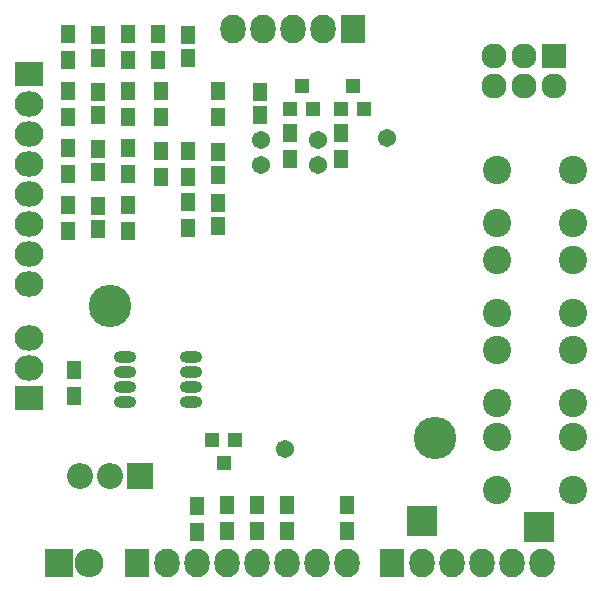
<source format=gts>
G04 #@! TF.FileFunction,Soldermask,Top*
%FSLAX46Y46*%
G04 Gerber Fmt 4.6, Leading zero omitted, Abs format (unit mm)*
G04 Created by KiCad (PCBNEW 4.0.2-stable) date 01.03.2017 20:49:35*
%MOMM*%
G01*
G04 APERTURE LIST*
%ADD10C,0.100000*%
%ADD11C,3.600000*%
%ADD12R,2.432000X2.127200*%
%ADD13O,2.432000X2.127200*%
%ADD14R,2.127200X2.432000*%
%ADD15O,2.127200X2.432000*%
%ADD16R,2.432000X2.432000*%
%ADD17O,2.432000X2.432000*%
%ADD18R,2.635200X2.635200*%
%ADD19R,1.200100X1.200100*%
%ADD20O,1.873200X1.009600*%
%ADD21R,2.127200X2.127200*%
%ADD22O,2.127200X2.127200*%
%ADD23C,1.543000*%
%ADD24C,2.400000*%
%ADD25R,1.150000X1.600000*%
%ADD26R,1.300000X1.600000*%
%ADD27R,1.200000X1.300000*%
%ADD28R,2.200000X2.200000*%
%ADD29O,2.200000X2.200000*%
G04 APERTURE END LIST*
D10*
D11*
X141605000Y-101981000D03*
X114046000Y-90805000D03*
D12*
X107188000Y-71120000D03*
D13*
X107188000Y-73660000D03*
X107188000Y-76200000D03*
X107188000Y-78740000D03*
X107188000Y-81280000D03*
X107188000Y-83820000D03*
X107188000Y-86360000D03*
X107188000Y-88900000D03*
D12*
X107188000Y-98552000D03*
D13*
X107188000Y-96012000D03*
X107188000Y-93472000D03*
D14*
X137922000Y-112522000D03*
D15*
X140462000Y-112522000D03*
X143002000Y-112522000D03*
X145542000Y-112522000D03*
X148082000Y-112522000D03*
X150622000Y-112522000D03*
D14*
X116332000Y-112522000D03*
D15*
X118872000Y-112522000D03*
X121412000Y-112522000D03*
X123952000Y-112522000D03*
X126492000Y-112522000D03*
X129032000Y-112522000D03*
X131572000Y-112522000D03*
X134112000Y-112522000D03*
D14*
X134620000Y-67310000D03*
D15*
X132080000Y-67310000D03*
X129540000Y-67310000D03*
X127000000Y-67310000D03*
X124460000Y-67310000D03*
D16*
X109728000Y-112522000D03*
D17*
X112268000Y-112522000D03*
D18*
X140462000Y-108966000D03*
X150368000Y-109474000D03*
D19*
X133670000Y-74152760D03*
X135570000Y-74152760D03*
X134620000Y-72153780D03*
X129352000Y-74152760D03*
X131252000Y-74152760D03*
X130302000Y-72153780D03*
D20*
X120904000Y-98933000D03*
X120904000Y-97663000D03*
X120904000Y-96393000D03*
X120904000Y-95123000D03*
X115316000Y-95123000D03*
X115316000Y-96393000D03*
X115316000Y-97663000D03*
X115316000Y-98933000D03*
D21*
X151638000Y-69596000D03*
D22*
X151638000Y-72136000D03*
X149098000Y-69596000D03*
X149098000Y-72136000D03*
X146558000Y-69596000D03*
X146558000Y-72136000D03*
D23*
X128905000Y-102870000D03*
X126873000Y-78867000D03*
X137541000Y-76581000D03*
X131699000Y-78867000D03*
X126873000Y-76708000D03*
X131699000Y-76708000D03*
D24*
X146812000Y-106354000D03*
X146812000Y-101854000D03*
X153312000Y-106354000D03*
X153312000Y-101854000D03*
X146812000Y-91368000D03*
X146812000Y-86868000D03*
X153312000Y-91368000D03*
X153312000Y-86868000D03*
X146812000Y-98988000D03*
X146812000Y-94488000D03*
X153312000Y-98988000D03*
X153312000Y-94488000D03*
X146812000Y-83748000D03*
X146812000Y-79248000D03*
X153312000Y-83748000D03*
X153312000Y-79248000D03*
D25*
X113030000Y-84262000D03*
X113030000Y-82362000D03*
X123190000Y-82108000D03*
X123190000Y-84008000D03*
X113030000Y-79436000D03*
X113030000Y-77536000D03*
X123190000Y-77790000D03*
X123190000Y-79690000D03*
X113030000Y-72710000D03*
X113030000Y-74610000D03*
X120650000Y-67884000D03*
X120650000Y-69784000D03*
X113030000Y-67884000D03*
X113030000Y-69784000D03*
X126746000Y-72710000D03*
X126746000Y-74610000D03*
D26*
X123952000Y-109812000D03*
X123952000Y-107612000D03*
X126492000Y-109812000D03*
X126492000Y-107612000D03*
X129032000Y-109812000D03*
X129032000Y-107612000D03*
X134112000Y-109812000D03*
X134112000Y-107612000D03*
X110998000Y-98382000D03*
X110998000Y-96182000D03*
X133604000Y-78316000D03*
X133604000Y-76116000D03*
X129286000Y-78316000D03*
X129286000Y-76116000D03*
X110490000Y-69934000D03*
X110490000Y-67734000D03*
X118110000Y-69934000D03*
X118110000Y-67734000D03*
X110490000Y-74760000D03*
X110490000Y-72560000D03*
X118364000Y-74760000D03*
X118364000Y-72560000D03*
X110490000Y-77386000D03*
X110490000Y-79586000D03*
X118364000Y-79840000D03*
X118364000Y-77640000D03*
X110490000Y-82212000D03*
X110490000Y-84412000D03*
X115570000Y-84412000D03*
X115570000Y-82212000D03*
X120650000Y-81958000D03*
X120650000Y-84158000D03*
X115570000Y-79586000D03*
X115570000Y-77386000D03*
X120650000Y-77640000D03*
X120650000Y-79840000D03*
X115570000Y-72560000D03*
X115570000Y-74760000D03*
X123190000Y-74760000D03*
X123190000Y-72560000D03*
X115570000Y-67734000D03*
X115570000Y-69934000D03*
D27*
X124648000Y-102124000D03*
X122748000Y-102124000D03*
X123698000Y-104124000D03*
D28*
X116586000Y-105156000D03*
D29*
X114046000Y-105156000D03*
X111506000Y-105156000D03*
D26*
X121412000Y-109939000D03*
X121412000Y-107739000D03*
M02*

</source>
